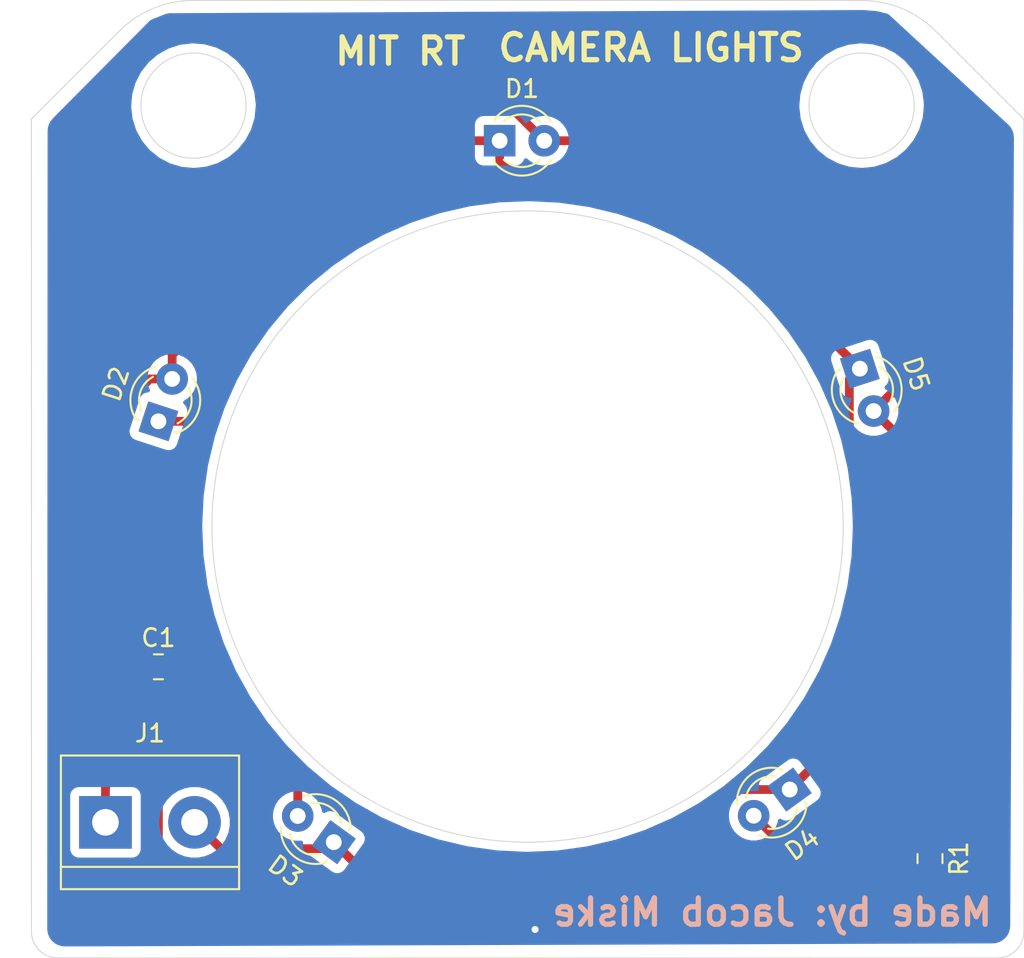
<source format=kicad_pcb>
(kicad_pcb (version 20171130) (host pcbnew "(5.1.0)-1")

  (general
    (thickness 1.6)
    (drawings 17)
    (tracks 64)
    (zones 0)
    (modules 8)
    (nets 4)
  )

  (page A4)
  (title_block
    (title "MIT Rocket Team Hermes 3 Go Pro Lights")
    (date 2019-11-18)
    (rev 1)
    (company "MIT RT")
    (comment 1 "Jacob Miske")
  )

  (layers
    (0 F.Cu signal)
    (31 B.Cu signal)
    (32 B.Adhes user)
    (33 F.Adhes user)
    (34 B.Paste user)
    (35 F.Paste user)
    (36 B.SilkS user)
    (37 F.SilkS user)
    (38 B.Mask user)
    (39 F.Mask user)
    (40 Dwgs.User user)
    (41 Cmts.User user)
    (42 Eco1.User user)
    (43 Eco2.User user)
    (44 Edge.Cuts user)
    (45 Margin user)
    (46 B.CrtYd user)
    (47 F.CrtYd user)
    (48 B.Fab user)
    (49 F.Fab user)
  )

  (setup
    (last_trace_width 0.5)
    (user_trace_width 0.5)
    (trace_clearance 0.2)
    (zone_clearance 0.508)
    (zone_45_only no)
    (trace_min 0.2)
    (via_size 0.8)
    (via_drill 0.4)
    (via_min_size 0.4)
    (via_min_drill 0.3)
    (uvia_size 0.3)
    (uvia_drill 0.1)
    (uvias_allowed no)
    (uvia_min_size 0.2)
    (uvia_min_drill 0.1)
    (edge_width 0.05)
    (segment_width 0.2)
    (pcb_text_width 0.3)
    (pcb_text_size 1.5 1.5)
    (mod_edge_width 0.12)
    (mod_text_size 1 1)
    (mod_text_width 0.15)
    (pad_size 1.524 1.524)
    (pad_drill 0.762)
    (pad_to_mask_clearance 0.051)
    (solder_mask_min_width 0.25)
    (aux_axis_origin 0 0)
    (visible_elements FFFFFF7F)
    (pcbplotparams
      (layerselection 0x010fc_ffffffff)
      (usegerberextensions false)
      (usegerberattributes false)
      (usegerberadvancedattributes false)
      (creategerberjobfile false)
      (excludeedgelayer true)
      (linewidth 0.100000)
      (plotframeref false)
      (viasonmask false)
      (mode 1)
      (useauxorigin false)
      (hpglpennumber 1)
      (hpglpenspeed 20)
      (hpglpendiameter 15.000000)
      (psnegative false)
      (psa4output false)
      (plotreference true)
      (plotvalue true)
      (plotinvisibletext false)
      (padsonsilk false)
      (subtractmaskfromsilk false)
      (outputformat 1)
      (mirror false)
      (drillshape 1)
      (scaleselection 1)
      (outputdirectory ""))
  )

  (net 0 "")
  (net 1 +5V)
  (net 2 GND)
  (net 3 "Net-(D1-Pad1)")

  (net_class Default "This is the default net class."
    (clearance 0.2)
    (trace_width 0.25)
    (via_dia 0.8)
    (via_drill 0.4)
    (uvia_dia 0.3)
    (uvia_drill 0.1)
    (add_net +5V)
    (add_net GND)
    (add_net "Net-(D1-Pad1)")
  )

  (module Capacitor_SMD:C_0805_2012Metric (layer F.Cu) (tedit 5B36C52B) (tstamp 5DD2383C)
    (at 85 96)
    (descr "Capacitor SMD 0805 (2012 Metric), square (rectangular) end terminal, IPC_7351 nominal, (Body size source: https://docs.google.com/spreadsheets/d/1BsfQQcO9C6DZCsRaXUlFlo91Tg2WpOkGARC1WS5S8t0/edit?usp=sharing), generated with kicad-footprint-generator")
    (tags capacitor)
    (path /5DD236A9)
    (attr smd)
    (fp_text reference C1 (at 0 -1.65) (layer F.SilkS)
      (effects (font (size 1 1) (thickness 0.15)))
    )
    (fp_text value 0.1uF (at 0 1.65) (layer F.Fab)
      (effects (font (size 1 1) (thickness 0.15)))
    )
    (fp_line (start -1 0.6) (end -1 -0.6) (layer F.Fab) (width 0.1))
    (fp_line (start -1 -0.6) (end 1 -0.6) (layer F.Fab) (width 0.1))
    (fp_line (start 1 -0.6) (end 1 0.6) (layer F.Fab) (width 0.1))
    (fp_line (start 1 0.6) (end -1 0.6) (layer F.Fab) (width 0.1))
    (fp_line (start -0.258578 -0.71) (end 0.258578 -0.71) (layer F.SilkS) (width 0.12))
    (fp_line (start -0.258578 0.71) (end 0.258578 0.71) (layer F.SilkS) (width 0.12))
    (fp_line (start -1.68 0.95) (end -1.68 -0.95) (layer F.CrtYd) (width 0.05))
    (fp_line (start -1.68 -0.95) (end 1.68 -0.95) (layer F.CrtYd) (width 0.05))
    (fp_line (start 1.68 -0.95) (end 1.68 0.95) (layer F.CrtYd) (width 0.05))
    (fp_line (start 1.68 0.95) (end -1.68 0.95) (layer F.CrtYd) (width 0.05))
    (fp_text user %R (at 0 0) (layer F.Fab)
      (effects (font (size 0.5 0.5) (thickness 0.08)))
    )
    (pad 1 smd roundrect (at -0.9375 0) (size 0.975 1.4) (layers F.Cu F.Paste F.Mask) (roundrect_rratio 0.25)
      (net 1 +5V))
    (pad 2 smd roundrect (at 0.9375 0) (size 0.975 1.4) (layers F.Cu F.Paste F.Mask) (roundrect_rratio 0.25)
      (net 2 GND))
    (model ${KISYS3DMOD}/Capacitor_SMD.3dshapes/C_0805_2012Metric.wrl
      (at (xyz 0 0 0))
      (scale (xyz 1 1 1))
      (rotate (xyz 0 0 0))
    )
  )

  (module LED_THT:LED_D3.0mm (layer F.Cu) (tedit 587A3A7B) (tstamp 5DD2384F)
    (at 104.46 66)
    (descr "LED, diameter 3.0mm, 2 pins")
    (tags "LED diameter 3.0mm 2 pins")
    (path /5DD23CA7)
    (fp_text reference D1 (at 1.27 -2.96) (layer F.SilkS)
      (effects (font (size 1 1) (thickness 0.15)))
    )
    (fp_text value LED (at 1.27 2.96) (layer F.Fab)
      (effects (font (size 1 1) (thickness 0.15)))
    )
    (fp_arc (start 1.27 0) (end -0.23 -1.16619) (angle 284.3) (layer F.Fab) (width 0.1))
    (fp_arc (start 1.27 0) (end -0.29 -1.235516) (angle 108.8) (layer F.SilkS) (width 0.12))
    (fp_arc (start 1.27 0) (end -0.29 1.235516) (angle -108.8) (layer F.SilkS) (width 0.12))
    (fp_arc (start 1.27 0) (end 0.229039 -1.08) (angle 87.9) (layer F.SilkS) (width 0.12))
    (fp_arc (start 1.27 0) (end 0.229039 1.08) (angle -87.9) (layer F.SilkS) (width 0.12))
    (fp_circle (center 1.27 0) (end 2.77 0) (layer F.Fab) (width 0.1))
    (fp_line (start -0.23 -1.16619) (end -0.23 1.16619) (layer F.Fab) (width 0.1))
    (fp_line (start -0.29 -1.236) (end -0.29 -1.08) (layer F.SilkS) (width 0.12))
    (fp_line (start -0.29 1.08) (end -0.29 1.236) (layer F.SilkS) (width 0.12))
    (fp_line (start -1.15 -2.25) (end -1.15 2.25) (layer F.CrtYd) (width 0.05))
    (fp_line (start -1.15 2.25) (end 3.7 2.25) (layer F.CrtYd) (width 0.05))
    (fp_line (start 3.7 2.25) (end 3.7 -2.25) (layer F.CrtYd) (width 0.05))
    (fp_line (start 3.7 -2.25) (end -1.15 -2.25) (layer F.CrtYd) (width 0.05))
    (pad 1 thru_hole rect (at 0 0) (size 1.8 1.8) (drill 0.9) (layers *.Cu *.Mask)
      (net 3 "Net-(D1-Pad1)"))
    (pad 2 thru_hole circle (at 2.54 0) (size 1.8 1.8) (drill 0.9) (layers *.Cu *.Mask)
      (net 1 +5V))
    (model ${KISYS3DMOD}/LED_THT.3dshapes/LED_D3.0mm.wrl
      (at (xyz 0 0 0))
      (scale (xyz 1 1 1))
      (rotate (xyz 0 0 0))
    )
  )

  (module LED_THT:LED_D3.0mm (layer F.Cu) (tedit 587A3A7B) (tstamp 5DD23862)
    (at 85 82 72)
    (descr "LED, diameter 3.0mm, 2 pins")
    (tags "LED diameter 3.0mm 2 pins")
    (path /5DD25991)
    (fp_text reference D2 (at 1.27 -2.96 72) (layer F.SilkS)
      (effects (font (size 1 1) (thickness 0.15)))
    )
    (fp_text value LED (at 6.324373 0.048011 72) (layer F.Fab)
      (effects (font (size 1 1) (thickness 0.15)))
    )
    (fp_line (start 3.7 -2.25) (end -1.15 -2.25) (layer F.CrtYd) (width 0.05))
    (fp_line (start 3.7 2.25) (end 3.7 -2.25) (layer F.CrtYd) (width 0.05))
    (fp_line (start -1.15 2.25) (end 3.7 2.25) (layer F.CrtYd) (width 0.05))
    (fp_line (start -1.15 -2.25) (end -1.15 2.25) (layer F.CrtYd) (width 0.05))
    (fp_line (start -0.29 1.08) (end -0.29 1.236) (layer F.SilkS) (width 0.12))
    (fp_line (start -0.29 -1.236) (end -0.29 -1.08) (layer F.SilkS) (width 0.12))
    (fp_line (start -0.23 -1.16619) (end -0.23 1.16619) (layer F.Fab) (width 0.1))
    (fp_circle (center 1.27 0) (end 2.77 0) (layer F.Fab) (width 0.1))
    (fp_arc (start 1.27 0) (end 0.229039 1.08) (angle -87.9) (layer F.SilkS) (width 0.12))
    (fp_arc (start 1.27 0) (end 0.229039 -1.08) (angle 87.9) (layer F.SilkS) (width 0.12))
    (fp_arc (start 1.27 0) (end -0.29 1.235516) (angle -108.8) (layer F.SilkS) (width 0.12))
    (fp_arc (start 1.27 0) (end -0.29 -1.235516) (angle 108.8) (layer F.SilkS) (width 0.12))
    (fp_arc (start 1.27 0) (end -0.23 -1.16619) (angle 284.3) (layer F.Fab) (width 0.1))
    (pad 2 thru_hole circle (at 2.54 0 72) (size 1.8 1.8) (drill 0.9) (layers *.Cu *.Mask)
      (net 1 +5V))
    (pad 1 thru_hole rect (at 0 0 72) (size 1.8 1.8) (drill 0.9) (layers *.Cu *.Mask)
      (net 3 "Net-(D1-Pad1)"))
    (model ${KISYS3DMOD}/LED_THT.3dshapes/LED_D3.0mm.wrl
      (at (xyz 0 0 0))
      (scale (xyz 1 1 1))
      (rotate (xyz 0 0 0))
    )
  )

  (module LED_THT:LED_D3.0mm (layer F.Cu) (tedit 587A3A7B) (tstamp 5DD23875)
    (at 95 106 144)
    (descr "LED, diameter 3.0mm, 2 pins")
    (tags "LED diameter 3.0mm 2 pins")
    (path /5DD26221)
    (fp_text reference D3 (at 1.27 -2.96 144) (layer F.SilkS)
      (effects (font (size 1 1) (thickness 0.15)))
    )
    (fp_text value LED (at -3.602621 0.145322 144) (layer F.Fab)
      (effects (font (size 1 1) (thickness 0.15)))
    )
    (fp_arc (start 1.27 0) (end -0.23 -1.16619) (angle 284.3) (layer F.Fab) (width 0.1))
    (fp_arc (start 1.27 0) (end -0.29 -1.235516) (angle 108.8) (layer F.SilkS) (width 0.12))
    (fp_arc (start 1.27 0) (end -0.29 1.235516) (angle -108.8) (layer F.SilkS) (width 0.12))
    (fp_arc (start 1.27 0) (end 0.229039 -1.08) (angle 87.9) (layer F.SilkS) (width 0.12))
    (fp_arc (start 1.27 0) (end 0.229039 1.08) (angle -87.9) (layer F.SilkS) (width 0.12))
    (fp_circle (center 1.27 0) (end 2.77 0) (layer F.Fab) (width 0.1))
    (fp_line (start -0.23 -1.16619) (end -0.23 1.16619) (layer F.Fab) (width 0.1))
    (fp_line (start -0.29 -1.236) (end -0.29 -1.08) (layer F.SilkS) (width 0.12))
    (fp_line (start -0.29 1.08) (end -0.29 1.236) (layer F.SilkS) (width 0.12))
    (fp_line (start -1.15 -2.25) (end -1.15 2.25) (layer F.CrtYd) (width 0.05))
    (fp_line (start -1.15 2.25) (end 3.7 2.25) (layer F.CrtYd) (width 0.05))
    (fp_line (start 3.7 2.25) (end 3.7 -2.25) (layer F.CrtYd) (width 0.05))
    (fp_line (start 3.7 -2.25) (end -1.15 -2.25) (layer F.CrtYd) (width 0.05))
    (pad 1 thru_hole rect (at 0 0 144) (size 1.8 1.8) (drill 0.9) (layers *.Cu *.Mask)
      (net 3 "Net-(D1-Pad1)"))
    (pad 2 thru_hole circle (at 2.54 0 144) (size 1.8 1.8) (drill 0.9) (layers *.Cu *.Mask)
      (net 1 +5V))
    (model ${KISYS3DMOD}/LED_THT.3dshapes/LED_D3.0mm.wrl
      (at (xyz 0 0 0))
      (scale (xyz 1 1 1))
      (rotate (xyz 0 0 0))
    )
  )

  (module LED_THT:LED_D3.0mm (layer F.Cu) (tedit 587A3A7B) (tstamp 5DD23888)
    (at 121 103 216)
    (descr "LED, diameter 3.0mm, 2 pins")
    (tags "LED diameter 3.0mm 2 pins")
    (path /5DD26227)
    (fp_text reference D4 (at 1.27 -2.96 216) (layer F.SilkS)
      (effects (font (size 1 1) (thickness 0.15)))
    )
    (fp_text value LED (at -3.602621 -0.145322 216) (layer F.Fab)
      (effects (font (size 1 1) (thickness 0.15)))
    )
    (fp_line (start 3.7 -2.25) (end -1.15 -2.25) (layer F.CrtYd) (width 0.05))
    (fp_line (start 3.7 2.25) (end 3.7 -2.25) (layer F.CrtYd) (width 0.05))
    (fp_line (start -1.15 2.25) (end 3.7 2.25) (layer F.CrtYd) (width 0.05))
    (fp_line (start -1.15 -2.25) (end -1.15 2.25) (layer F.CrtYd) (width 0.05))
    (fp_line (start -0.29 1.08) (end -0.29 1.236) (layer F.SilkS) (width 0.12))
    (fp_line (start -0.29 -1.236) (end -0.29 -1.08) (layer F.SilkS) (width 0.12))
    (fp_line (start -0.23 -1.16619) (end -0.23 1.16619) (layer F.Fab) (width 0.1))
    (fp_circle (center 1.27 0) (end 2.77 0) (layer F.Fab) (width 0.1))
    (fp_arc (start 1.27 0) (end 0.229039 1.08) (angle -87.9) (layer F.SilkS) (width 0.12))
    (fp_arc (start 1.27 0) (end 0.229039 -1.08) (angle 87.9) (layer F.SilkS) (width 0.12))
    (fp_arc (start 1.27 0) (end -0.29 1.235516) (angle -108.8) (layer F.SilkS) (width 0.12))
    (fp_arc (start 1.27 0) (end -0.29 -1.235516) (angle 108.8) (layer F.SilkS) (width 0.12))
    (fp_arc (start 1.27 0) (end -0.23 -1.16619) (angle 284.3) (layer F.Fab) (width 0.1))
    (pad 2 thru_hole circle (at 2.54 0 216) (size 1.8 1.8) (drill 0.9) (layers *.Cu *.Mask)
      (net 1 +5V))
    (pad 1 thru_hole rect (at 0 0 216) (size 1.8 1.8) (drill 0.9) (layers *.Cu *.Mask)
      (net 3 "Net-(D1-Pad1)"))
    (model ${KISYS3DMOD}/LED_THT.3dshapes/LED_D3.0mm.wrl
      (at (xyz 0 0 0))
      (scale (xyz 1 1 1))
      (rotate (xyz 0 0 0))
    )
  )

  (module LED_THT:LED_D3.0mm (layer F.Cu) (tedit 587A3A7B) (tstamp 5DD2389B)
    (at 125 79 288)
    (descr "LED, diameter 3.0mm, 2 pins")
    (tags "LED diameter 3.0mm 2 pins")
    (path /5DD267AD)
    (fp_text reference D5 (at 1.27 -2.96 288) (layer F.SilkS)
      (effects (font (size 1 1) (thickness 0.15)))
    )
    (fp_text value LED (at 6.324373 -0.048011 288) (layer F.Fab)
      (effects (font (size 1 1) (thickness 0.15)))
    )
    (fp_arc (start 1.27 0) (end -0.23 -1.16619) (angle 284.3) (layer F.Fab) (width 0.1))
    (fp_arc (start 1.27 0) (end -0.29 -1.235516) (angle 108.8) (layer F.SilkS) (width 0.12))
    (fp_arc (start 1.27 0) (end -0.29 1.235516) (angle -108.8) (layer F.SilkS) (width 0.12))
    (fp_arc (start 1.27 0) (end 0.229039 -1.08) (angle 87.9) (layer F.SilkS) (width 0.12))
    (fp_arc (start 1.27 0) (end 0.229039 1.08) (angle -87.9) (layer F.SilkS) (width 0.12))
    (fp_circle (center 1.27 0) (end 2.77 0) (layer F.Fab) (width 0.1))
    (fp_line (start -0.23 -1.16619) (end -0.23 1.16619) (layer F.Fab) (width 0.1))
    (fp_line (start -0.29 -1.236) (end -0.29 -1.08) (layer F.SilkS) (width 0.12))
    (fp_line (start -0.29 1.08) (end -0.29 1.236) (layer F.SilkS) (width 0.12))
    (fp_line (start -1.15 -2.25) (end -1.15 2.25) (layer F.CrtYd) (width 0.05))
    (fp_line (start -1.15 2.25) (end 3.7 2.25) (layer F.CrtYd) (width 0.05))
    (fp_line (start 3.7 2.25) (end 3.7 -2.25) (layer F.CrtYd) (width 0.05))
    (fp_line (start 3.7 -2.25) (end -1.15 -2.25) (layer F.CrtYd) (width 0.05))
    (pad 1 thru_hole rect (at 0 0 288) (size 1.8 1.8) (drill 0.9) (layers *.Cu *.Mask)
      (net 3 "Net-(D1-Pad1)"))
    (pad 2 thru_hole circle (at 2.54 0 288) (size 1.8 1.8) (drill 0.9) (layers *.Cu *.Mask)
      (net 1 +5V))
    (model ${KISYS3DMOD}/LED_THT.3dshapes/LED_D3.0mm.wrl
      (at (xyz 0 0 0))
      (scale (xyz 1 1 1))
      (rotate (xyz 0 0 0))
    )
  )

  (module Resistor_SMD:R_0805_2012Metric (layer F.Cu) (tedit 5B36C52B) (tstamp 5DD23913)
    (at 129 106.9375 270)
    (descr "Resistor SMD 0805 (2012 Metric), square (rectangular) end terminal, IPC_7351 nominal, (Body size source: https://docs.google.com/spreadsheets/d/1BsfQQcO9C6DZCsRaXUlFlo91Tg2WpOkGARC1WS5S8t0/edit?usp=sharing), generated with kicad-footprint-generator")
    (tags resistor)
    (path /5DD27C28)
    (attr smd)
    (fp_text reference R1 (at 0 -1.65 270) (layer F.SilkS)
      (effects (font (size 1 1) (thickness 0.15)))
    )
    (fp_text value 50 (at 0 1.65 270) (layer F.Fab)
      (effects (font (size 1 1) (thickness 0.15)))
    )
    (fp_line (start -1 0.6) (end -1 -0.6) (layer F.Fab) (width 0.1))
    (fp_line (start -1 -0.6) (end 1 -0.6) (layer F.Fab) (width 0.1))
    (fp_line (start 1 -0.6) (end 1 0.6) (layer F.Fab) (width 0.1))
    (fp_line (start 1 0.6) (end -1 0.6) (layer F.Fab) (width 0.1))
    (fp_line (start -0.258578 -0.71) (end 0.258578 -0.71) (layer F.SilkS) (width 0.12))
    (fp_line (start -0.258578 0.71) (end 0.258578 0.71) (layer F.SilkS) (width 0.12))
    (fp_line (start -1.68 0.95) (end -1.68 -0.95) (layer F.CrtYd) (width 0.05))
    (fp_line (start -1.68 -0.95) (end 1.68 -0.95) (layer F.CrtYd) (width 0.05))
    (fp_line (start 1.68 -0.95) (end 1.68 0.95) (layer F.CrtYd) (width 0.05))
    (fp_line (start 1.68 0.95) (end -1.68 0.95) (layer F.CrtYd) (width 0.05))
    (fp_text user %R (at 0 0 270) (layer F.Fab)
      (effects (font (size 0.5 0.5) (thickness 0.08)))
    )
    (pad 1 smd roundrect (at -0.9375 0 270) (size 0.975 1.4) (layers F.Cu F.Paste F.Mask) (roundrect_rratio 0.25)
      (net 3 "Net-(D1-Pad1)"))
    (pad 2 smd roundrect (at 0.9375 0 270) (size 0.975 1.4) (layers F.Cu F.Paste F.Mask) (roundrect_rratio 0.25)
      (net 2 GND))
    (model ${KISYS3DMOD}/Resistor_SMD.3dshapes/R_0805_2012Metric.wrl
      (at (xyz 0 0 0))
      (scale (xyz 1 1 1))
      (rotate (xyz 0 0 0))
    )
  )

  (module TerminalBlock:TerminalBlock_bornier-2_P5.08mm (layer F.Cu) (tedit 59FF03AB) (tstamp 5DD4DC25)
    (at 81.98 104.87)
    (descr "simple 2-pin terminal block, pitch 5.08mm, revamped version of bornier2")
    (tags "terminal block bornier2")
    (path /5DD2DF1A)
    (fp_text reference J1 (at 2.54 -5.08) (layer F.SilkS)
      (effects (font (size 1 1) (thickness 0.15)))
    )
    (fp_text value Screw_Terminal_01x02 (at 2.54 5.08) (layer F.Fab)
      (effects (font (size 1 1) (thickness 0.15)))
    )
    (fp_text user %R (at 2.54 0) (layer F.Fab)
      (effects (font (size 1 1) (thickness 0.15)))
    )
    (fp_line (start -2.41 2.55) (end 7.49 2.55) (layer F.Fab) (width 0.1))
    (fp_line (start -2.46 -3.75) (end -2.46 3.75) (layer F.Fab) (width 0.1))
    (fp_line (start -2.46 3.75) (end 7.54 3.75) (layer F.Fab) (width 0.1))
    (fp_line (start 7.54 3.75) (end 7.54 -3.75) (layer F.Fab) (width 0.1))
    (fp_line (start 7.54 -3.75) (end -2.46 -3.75) (layer F.Fab) (width 0.1))
    (fp_line (start 7.62 2.54) (end -2.54 2.54) (layer F.SilkS) (width 0.12))
    (fp_line (start 7.62 3.81) (end 7.62 -3.81) (layer F.SilkS) (width 0.12))
    (fp_line (start 7.62 -3.81) (end -2.54 -3.81) (layer F.SilkS) (width 0.12))
    (fp_line (start -2.54 -3.81) (end -2.54 3.81) (layer F.SilkS) (width 0.12))
    (fp_line (start -2.54 3.81) (end 7.62 3.81) (layer F.SilkS) (width 0.12))
    (fp_line (start -2.71 -4) (end 7.79 -4) (layer F.CrtYd) (width 0.05))
    (fp_line (start -2.71 -4) (end -2.71 4) (layer F.CrtYd) (width 0.05))
    (fp_line (start 7.79 4) (end 7.79 -4) (layer F.CrtYd) (width 0.05))
    (fp_line (start 7.79 4) (end -2.71 4) (layer F.CrtYd) (width 0.05))
    (pad 1 thru_hole rect (at 0 0) (size 3 3) (drill 1.52) (layers *.Cu *.Mask)
      (net 1 +5V))
    (pad 2 thru_hole circle (at 5.08 0) (size 3 3) (drill 1.52) (layers *.Cu *.Mask)
      (net 3 "Net-(D1-Pad1)"))
    (model ${KISYS3DMOD}/TerminalBlock.3dshapes/TerminalBlock_bornier-2_P5.08mm.wrl
      (offset (xyz 2.539999961853027 0 0))
      (scale (xyz 1 1 1))
      (rotate (xyz 0 0 0))
    )
  )

  (gr_circle (center 125.1 64) (end 128.1 64) (layer Edge.Cuts) (width 0.05) (tstamp 5DD23AD6))
  (gr_circle (center 87 64) (end 90 64) (layer Edge.Cuts) (width 0.05))
  (gr_circle (center 106.05 88) (end 124.05 88) (layer Edge.Cuts) (width 0.05))
  (gr_line (start 134.35 111.01) (end 134.35 111.1) (layer Edge.Cuts) (width 0.05) (tstamp 5DD4D981))
  (gr_arc (start 132.85 111.1) (end 132.85 112.6) (angle -90) (layer Edge.Cuts) (width 0.05))
  (gr_arc (start 79.257359 111.1) (end 77.76 111.1) (angle -90) (layer Edge.Cuts) (width 0.05))
  (gr_line (start 125.1 58) (end 87 58) (layer Edge.Cuts) (width 0.05))
  (gr_arc (start 125.1 64) (end 129.35 59.77) (angle -45.1351313) (layer Edge.Cuts) (width 0.05))
  (gr_line (start 77.757359 64.757359) (end 77.76 111.1) (layer Edge.Cuts) (width 0.05))
  (gr_line (start 134.35 64.77) (end 134.35 111.01) (layer Edge.Cuts) (width 0.05))
  (gr_line (start 77.757359 64.757359) (end 82.757359 59.757359) (layer Edge.Cuts) (width 0.05) (tstamp 5DD35B88))
  (gr_line (start 129.35 59.77) (end 134.35 64.77) (layer Edge.Cuts) (width 0.05))
  (gr_line (start 79.257359 112.597359) (end 132.85 112.6) (layer Edge.Cuts) (width 0.05))
  (gr_arc (start 87 64) (end 87 58) (angle -45) (layer Edge.Cuts) (width 0.05))
  (gr_text "Made by: Jacob Miske" (at 120 110) (layer B.SilkS)
    (effects (font (size 1.5 1.5) (thickness 0.3)) (justify mirror))
  )
  (gr_text "CAMERA LIGHTS" (at 113.1 60.7) (layer F.SilkS)
    (effects (font (size 1.5 1.5) (thickness 0.3)))
  )
  (gr_text "MIT RT" (at 98.8 60.9) (layer F.SilkS)
    (effects (font (size 1.5 1.5) (thickness 0.3)))
  )

  (via (at 106.48 110.98) (size 0.8) (drill 0.4) (layers F.Cu B.Cu) (net 2))
  (segment (start 105 64) (end 107 66) (width 0.5) (layer F.Cu) (net 1))
  (segment (start 100 64) (end 105 64) (width 0.5) (layer F.Cu) (net 1))
  (segment (start 85.784903 79.584316) (end 85.784903 78.215097) (width 0.5) (layer F.Cu) (net 1))
  (segment (start 85.784903 78.215097) (end 100 64) (width 0.5) (layer F.Cu) (net 1))
  (segment (start 107 66) (end 116 66) (width 0.5) (layer F.Cu) (net 1))
  (segment (start 116 66) (end 127 77) (width 0.5) (layer F.Cu) (net 1))
  (segment (start 127 80.200587) (end 125.784903 81.415684) (width 0.5) (layer F.Cu) (net 1))
  (segment (start 127 77) (end 127 80.200587) (width 0.5) (layer F.Cu) (net 1))
  (segment (start 82 98.0625) (end 84.0625 96) (width 0.5) (layer F.Cu) (net 1))
  (segment (start 85.784903 79.584316) (end 84.512111 79.584316) (width 0.5) (layer F.Cu) (net 1))
  (segment (start 127 82.630781) (end 125.784903 81.415684) (width 0.5) (layer F.Cu) (net 1))
  (segment (start 127 101) (end 127 82.630781) (width 0.5) (layer F.Cu) (net 1))
  (segment (start 122 106) (end 127 101) (width 0.5) (layer F.Cu) (net 1))
  (segment (start 118.945097 104.492975) (end 120.452122 106) (width 0.5) (layer F.Cu) (net 1))
  (segment (start 120.452122 106) (end 122 106) (width 0.5) (layer F.Cu) (net 1))
  (segment (start 92.945097 104.507025) (end 92.945097 102.054903) (width 0.5) (layer F.Cu) (net 1))
  (segment (start 92.945097 102.054903) (end 88 97.109806) (width 0.5) (layer F.Cu) (net 1))
  (segment (start 88 97.109806) (end 88 96.55815) (width 0.5) (layer F.Cu) (net 1))
  (segment (start 88 96.55815) (end 88 94) (width 0.5) (layer F.Cu) (net 1))
  (segment (start 88 94) (end 86 92) (width 0.5) (layer F.Cu) (net 1))
  (segment (start 86 92) (end 81 92) (width 0.5) (layer F.Cu) (net 1))
  (segment (start 81 92.9375) (end 84.0625 96) (width 0.5) (layer F.Cu) (net 1))
  (segment (start 81 83.096427) (end 81 92.9375) (width 0.5) (layer F.Cu) (net 1))
  (segment (start 84.512111 79.584316) (end 81 83.096427) (width 0.5) (layer F.Cu) (net 1))
  (segment (start 82 102.85) (end 82 98.0625) (width 0.5) (layer F.Cu) (net 1))
  (segment (start 81.98 102.87) (end 82 102.85) (width 0.5) (layer F.Cu) (net 1))
  (segment (start 81.98 104.87) (end 81.98 102.87) (width 0.5) (layer F.Cu) (net 1))
  (segment (start 85.9375 96) (end 85.9375 101.0625) (width 0.5) (layer F.Cu) (net 2))
  (segment (start 85.9375 101.0625) (end 85 102) (width 0.5) (layer F.Cu) (net 2))
  (segment (start 85 102) (end 85 109) (width 0.5) (layer F.Cu) (net 2))
  (segment (start 85 109) (end 86 110) (width 0.5) (layer F.Cu) (net 2))
  (segment (start 126.875 110) (end 129 107.875) (width 0.5) (layer F.Cu) (net 2))
  (segment (start 106.48 110.04) (end 106.44 110) (width 0.5) (layer F.Cu) (net 2))
  (segment (start 106.48 110.98) (end 106.48 110.04) (width 0.5) (layer F.Cu) (net 2))
  (segment (start 86 110) (end 106.44 110) (width 0.5) (layer F.Cu) (net 2))
  (segment (start 106.44 110) (end 126.875 110) (width 0.5) (layer F.Cu) (net 2))
  (segment (start 118 103) (end 116 105) (width 0.5) (layer F.Cu) (net 3))
  (segment (start 116 105) (end 116 107) (width 0.5) (layer F.Cu) (net 3))
  (segment (start 121 103) (end 118 103) (width 0.5) (layer F.Cu) (net 3))
  (segment (start 116 107) (end 117 108) (width 0.5) (layer F.Cu) (net 3))
  (segment (start 124 106) (end 129 106) (width 0.5) (layer F.Cu) (net 3))
  (segment (start 117 108) (end 122 108) (width 0.5) (layer F.Cu) (net 3))
  (segment (start 122 108) (end 124 106) (width 0.5) (layer F.Cu) (net 3))
  (segment (start 124.401162 79.598838) (end 124.401162 83.401162) (width 0.5) (layer F.Cu) (net 3))
  (segment (start 125 79) (end 124.401162 79.598838) (width 0.25) (layer F.Cu) (net 3))
  (segment (start 124.401162 83.401162) (end 125 84) (width 0.5) (layer F.Cu) (net 3))
  (segment (start 125 99) (end 121 103) (width 0.5) (layer F.Cu) (net 3))
  (segment (start 125 84) (end 125 99) (width 0.5) (layer F.Cu) (net 3))
  (segment (start 104.46 67.15) (end 105.31 68) (width 0.5) (layer F.Cu) (net 3))
  (segment (start 104.46 66) (end 104.46 67.15) (width 0.5) (layer F.Cu) (net 3))
  (segment (start 114 68) (end 125 79) (width 0.5) (layer F.Cu) (net 3))
  (segment (start 105.31 68) (end 114 68) (width 0.5) (layer F.Cu) (net 3))
  (segment (start 87 82) (end 85 82) (width 0.5) (layer F.Cu) (net 3))
  (segment (start 88 81) (end 87 82) (width 0.5) (layer F.Cu) (net 3))
  (segment (start 88 79.182221) (end 88 81) (width 0.5) (layer F.Cu) (net 3))
  (segment (start 104.46 66) (end 101.182221 66) (width 0.5) (layer F.Cu) (net 3))
  (segment (start 101.182221 66) (end 88 79.182221) (width 0.5) (layer F.Cu) (net 3))
  (segment (start 97 108) (end 114 108) (width 0.5) (layer F.Cu) (net 3))
  (segment (start 95 106) (end 97 108) (width 0.5) (layer F.Cu) (net 3))
  (segment (start 114 108) (end 117 108) (width 0.5) (layer F.Cu) (net 3))
  (segment (start 94.630001 106.369999) (end 95 106) (width 0.5) (layer F.Cu) (net 3))
  (segment (start 88.559999 106.369999) (end 94.630001 106.369999) (width 0.5) (layer F.Cu) (net 3))
  (segment (start 87.06 104.87) (end 88.559999 106.369999) (width 0.5) (layer F.Cu) (net 3))

  (zone (net 2) (net_name GND) (layer B.Cu) (tstamp 0) (hatch edge 0.508)
    (connect_pads (clearance 0.508))
    (min_thickness 0.254)
    (fill yes (arc_segments 32) (thermal_gap 0.508) (thermal_bridge_width 0.508) (smoothing fillet) (radius 1))
    (polygon
      (pts
        (xy 81.58 62.1) (xy 84.93 58.73) (xy 126.37 58.54) (xy 133.79 65.38) (xy 133.57 111.77)
        (xy 78.66 111.95) (xy 78.68 65.03)
      )
    )
    (filled_polygon
      (pts
        (xy 125.97119 58.73757) (xy 126.549827 58.882913) (xy 126.577434 58.903947) (xy 133.374773 65.169959) (xy 133.498712 65.310644)
        (xy 133.587707 65.468077) (xy 133.642328 65.640488) (xy 133.660878 65.827052) (xy 133.447734 110.771191) (xy 133.429702 110.946655)
        (xy 133.379785 111.109309) (xy 133.29924 111.259191) (xy 133.191137 111.390584) (xy 133.059589 111.498492) (xy 132.909591 111.578816)
        (xy 132.746854 111.628497) (xy 132.571371 111.646273) (xy 79.669549 111.81969) (xy 79.492641 111.802811) (xy 79.328481 111.753476)
        (xy 79.177125 111.672987) (xy 79.044444 111.564465) (xy 78.935535 111.432083) (xy 78.854617 111.280959) (xy 78.804815 111.116943)
        (xy 78.787431 110.940088) (xy 78.790657 103.37) (xy 79.841928 103.37) (xy 79.841928 106.37) (xy 79.854188 106.494482)
        (xy 79.890498 106.61418) (xy 79.949463 106.724494) (xy 80.028815 106.821185) (xy 80.125506 106.900537) (xy 80.23582 106.959502)
        (xy 80.355518 106.995812) (xy 80.48 107.008072) (xy 83.48 107.008072) (xy 83.604482 106.995812) (xy 83.72418 106.959502)
        (xy 83.834494 106.900537) (xy 83.931185 106.821185) (xy 84.010537 106.724494) (xy 84.069502 106.61418) (xy 84.105812 106.494482)
        (xy 84.118072 106.37) (xy 84.118072 104.659721) (xy 84.925 104.659721) (xy 84.925 105.080279) (xy 85.007047 105.492756)
        (xy 85.167988 105.881302) (xy 85.401637 106.230983) (xy 85.699017 106.528363) (xy 86.048698 106.762012) (xy 86.437244 106.922953)
        (xy 86.849721 107.005) (xy 87.270279 107.005) (xy 87.682756 106.922953) (xy 88.071302 106.762012) (xy 88.420983 106.528363)
        (xy 88.718363 106.230983) (xy 88.952012 105.881302) (xy 89.112953 105.492756) (xy 89.195 105.080279) (xy 89.195 104.659721)
        (xy 89.134555 104.355841) (xy 91.410097 104.355841) (xy 91.410097 104.658209) (xy 91.469086 104.954768) (xy 91.584798 105.23412)
        (xy 91.752785 105.48553) (xy 91.966592 105.699337) (xy 92.218002 105.867324) (xy 92.497354 105.983036) (xy 92.793913 106.042025)
        (xy 93.096281 106.042025) (xy 93.127401 106.035835) (xy 93.122436 106.050154) (xy 93.105298 106.174059) (xy 93.112662 106.298926)
        (xy 93.144244 106.419957) (xy 93.198832 106.532501) (xy 93.274328 106.632233) (xy 93.367829 106.71532) (xy 94.82406 107.773333)
        (xy 94.931974 107.836583) (xy 95.050154 107.877564) (xy 95.174059 107.894702) (xy 95.298926 107.887338) (xy 95.419957 107.855756)
        (xy 95.532501 107.801168) (xy 95.632233 107.725672) (xy 95.71532 107.632171) (xy 96.773333 106.17594) (xy 96.836583 106.068026)
        (xy 96.877564 105.949846) (xy 96.894702 105.825941) (xy 96.887338 105.701074) (xy 96.855756 105.580043) (xy 96.801168 105.467499)
        (xy 96.725672 105.367767) (xy 96.632171 105.28468) (xy 95.17594 104.226667) (xy 95.068026 104.163417) (xy 94.949846 104.122436)
        (xy 94.825941 104.105298) (xy 94.701074 104.112662) (xy 94.580043 104.144244) (xy 94.467499 104.198832) (xy 94.451305 104.211091)
        (xy 94.421108 104.059282) (xy 94.305396 103.77993) (xy 94.137409 103.52852) (xy 93.923602 103.314713) (xy 93.672192 103.146726)
        (xy 93.39284 103.031014) (xy 93.096281 102.972025) (xy 92.793913 102.972025) (xy 92.497354 103.031014) (xy 92.218002 103.146726)
        (xy 91.966592 103.314713) (xy 91.752785 103.52852) (xy 91.584798 103.77993) (xy 91.469086 104.059282) (xy 91.410097 104.355841)
        (xy 89.134555 104.355841) (xy 89.112953 104.247244) (xy 88.952012 103.858698) (xy 88.718363 103.509017) (xy 88.420983 103.211637)
        (xy 88.071302 102.977988) (xy 87.682756 102.817047) (xy 87.270279 102.735) (xy 86.849721 102.735) (xy 86.437244 102.817047)
        (xy 86.048698 102.977988) (xy 85.699017 103.211637) (xy 85.401637 103.509017) (xy 85.167988 103.858698) (xy 85.007047 104.247244)
        (xy 84.925 104.659721) (xy 84.118072 104.659721) (xy 84.118072 103.37) (xy 84.105812 103.245518) (xy 84.069502 103.12582)
        (xy 84.010537 103.015506) (xy 83.931185 102.918815) (xy 83.834494 102.839463) (xy 83.72418 102.780498) (xy 83.604482 102.744188)
        (xy 83.48 102.731928) (xy 80.48 102.731928) (xy 80.355518 102.744188) (xy 80.23582 102.780498) (xy 80.125506 102.839463)
        (xy 80.028815 102.918815) (xy 79.949463 103.015506) (xy 79.890498 103.12582) (xy 79.854188 103.245518) (xy 79.841928 103.37)
        (xy 78.790657 103.37) (xy 78.797236 87.934795) (xy 87.370114 87.934795) (xy 87.443953 89.660545) (xy 87.676885 91.372098)
        (xy 88.066918 93.054816) (xy 88.610718 94.694313) (xy 89.303633 96.27657) (xy 90.139741 97.788057) (xy 91.111891 99.21585)
        (xy 92.21177 100.547741) (xy 93.429975 101.772341) (xy 94.756089 102.879179) (xy 96.178772 103.858791) (xy 97.68586 104.702801)
        (xy 99.264467 105.403992) (xy 100.901094 105.956368) (xy 102.581748 106.355207) (xy 104.292057 106.597097) (xy 106.017397 106.679972)
        (xy 107.743017 106.603121) (xy 109.45416 106.367202) (xy 111.136195 105.974232) (xy 112.77474 105.427572) (xy 114.355785 104.731896)
        (xy 115.058106 104.341791) (xy 117.410097 104.341791) (xy 117.410097 104.644159) (xy 117.469086 104.940718) (xy 117.584798 105.22007)
        (xy 117.752785 105.47148) (xy 117.966592 105.685287) (xy 118.218002 105.853274) (xy 118.497354 105.968986) (xy 118.793913 106.027975)
        (xy 119.096281 106.027975) (xy 119.39284 105.968986) (xy 119.672192 105.853274) (xy 119.923602 105.685287) (xy 120.137409 105.47148)
        (xy 120.305396 105.22007) (xy 120.421108 104.940718) (xy 120.451305 104.788909) (xy 120.467499 104.801168) (xy 120.580043 104.855756)
        (xy 120.701074 104.887338) (xy 120.825941 104.894702) (xy 120.949846 104.877564) (xy 121.068026 104.836583) (xy 121.17594 104.773333)
        (xy 122.632171 103.71532) (xy 122.725672 103.632233) (xy 122.801168 103.532501) (xy 122.855756 103.419957) (xy 122.887338 103.298926)
        (xy 122.894702 103.174059) (xy 122.877564 103.050154) (xy 122.836583 102.931974) (xy 122.773333 102.82406) (xy 121.71532 101.367829)
        (xy 121.632233 101.274328) (xy 121.532501 101.198832) (xy 121.419957 101.144244) (xy 121.298926 101.112662) (xy 121.174059 101.105298)
        (xy 121.050154 101.122436) (xy 120.931974 101.163417) (xy 120.82406 101.226667) (xy 119.367829 102.28468) (xy 119.274328 102.367767)
        (xy 119.198832 102.467499) (xy 119.144244 102.580043) (xy 119.112662 102.701074) (xy 119.105298 102.825941) (xy 119.122436 102.949846)
        (xy 119.127401 102.964165) (xy 119.096281 102.957975) (xy 118.793913 102.957975) (xy 118.497354 103.016964) (xy 118.218002 103.132676)
        (xy 117.966592 103.300663) (xy 117.752785 103.51447) (xy 117.584798 103.76588) (xy 117.469086 104.045232) (xy 117.410097 104.341791)
        (xy 115.058106 104.341791) (xy 115.86581 103.893152) (xy 117.291905 102.918511) (xy 118.621874 101.816309) (xy 119.844346 100.595969)
        (xy 120.948868 99.267925) (xy 121.925996 97.843534) (xy 122.767374 96.334975) (xy 123.465809 94.755147) (xy 124.015328 93.117558)
        (xy 124.411232 91.436211) (xy 124.650137 89.725483) (xy 124.73 88) (xy 124.66173 86.404412) (xy 124.434774 84.692057)
        (xy 124.050617 83.007987) (xy 123.512544 81.366602) (xy 122.825155 79.781936) (xy 122.051694 78.372101) (xy 123.229829 78.372101)
        (xy 123.232285 78.497161) (xy 123.259091 78.619339) (xy 123.815321 80.331241) (xy 123.865449 80.445841) (xy 123.93697 80.54846)
        (xy 124.027137 80.635155) (xy 124.132485 80.702592) (xy 124.248965 80.748182) (xy 124.372101 80.770171) (xy 124.390965 80.769801)
        (xy 124.308892 80.967941) (xy 124.249903 81.2645) (xy 124.249903 81.566868) (xy 124.308892 81.863427) (xy 124.424604 82.142779)
        (xy 124.592591 82.394189) (xy 124.806398 82.607996) (xy 125.057808 82.775983) (xy 125.33716 82.891695) (xy 125.633719 82.950684)
        (xy 125.936087 82.950684) (xy 126.232646 82.891695) (xy 126.511998 82.775983) (xy 126.763408 82.607996) (xy 126.977215 82.394189)
        (xy 127.145202 82.142779) (xy 127.260914 81.863427) (xy 127.319903 81.566868) (xy 127.319903 81.2645) (xy 127.260914 80.967941)
        (xy 127.145202 80.688589) (xy 126.977215 80.437179) (xy 126.763408 80.223372) (xy 126.536213 80.071565) (xy 126.54846 80.06303)
        (xy 126.635155 79.972863) (xy 126.702592 79.867515) (xy 126.748182 79.751035) (xy 126.770171 79.627899) (xy 126.767715 79.502839)
        (xy 126.740909 79.380661) (xy 126.184679 77.668759) (xy 126.134551 77.554159) (xy 126.06303 77.45154) (xy 125.972863 77.364845)
        (xy 125.867515 77.297408) (xy 125.751035 77.251818) (xy 125.627899 77.229829) (xy 125.502839 77.232285) (xy 125.380661 77.259091)
        (xy 123.668759 77.815321) (xy 123.554159 77.865449) (xy 123.45154 77.93697) (xy 123.364845 78.027137) (xy 123.297408 78.132485)
        (xy 123.251818 78.248965) (xy 123.229829 78.372101) (xy 122.051694 78.372101) (xy 121.994329 78.26754) (xy 121.027169 76.836362)
        (xy 119.931945 75.50064) (xy 118.718023 74.271795) (xy 117.395781 73.160335) (xy 115.976525 72.175763) (xy 114.472392 71.326497)
        (xy 112.896243 70.6198) (xy 111.261554 70.061714) (xy 109.582303 69.657011) (xy 107.872849 69.409152) (xy 106.147808 69.320256)
        (xy 104.421931 69.391083) (xy 102.709975 69.621027) (xy 101.026578 70.008123) (xy 99.386134 70.54906) (xy 97.802671 71.239214)
        (xy 96.289727 72.072682) (xy 94.860239 73.042338) (xy 93.526431 74.139891) (xy 92.299706 75.355957) (xy 91.190555 76.680137)
        (xy 90.208462 78.101108) (xy 89.361822 79.606721) (xy 88.657877 81.184102) (xy 88.102645 82.819762) (xy 87.700874 84.499717)
        (xy 87.455999 86.209601) (xy 87.370114 87.934795) (xy 78.797236 87.934795) (xy 78.799498 82.627899) (xy 83.229829 82.627899)
        (xy 83.251818 82.751035) (xy 83.297408 82.867515) (xy 83.364845 82.972863) (xy 83.45154 83.06303) (xy 83.554159 83.134551)
        (xy 83.668759 83.184679) (xy 85.380661 83.740909) (xy 85.502839 83.767715) (xy 85.627899 83.770171) (xy 85.751035 83.748182)
        (xy 85.867515 83.702592) (xy 85.972863 83.635155) (xy 86.06303 83.54846) (xy 86.134551 83.445841) (xy 86.184679 83.331241)
        (xy 86.740909 81.619339) (xy 86.767715 81.497161) (xy 86.770171 81.372101) (xy 86.748182 81.248965) (xy 86.702592 81.132485)
        (xy 86.635155 81.027137) (xy 86.54846 80.93697) (xy 86.536213 80.928435) (xy 86.763408 80.776628) (xy 86.977215 80.562821)
        (xy 87.145202 80.311411) (xy 87.260914 80.032059) (xy 87.319903 79.7355) (xy 87.319903 79.433132) (xy 87.260914 79.136573)
        (xy 87.145202 78.857221) (xy 86.977215 78.605811) (xy 86.763408 78.392004) (xy 86.511998 78.224017) (xy 86.232646 78.108305)
        (xy 85.936087 78.049316) (xy 85.633719 78.049316) (xy 85.33716 78.108305) (xy 85.057808 78.224017) (xy 84.806398 78.392004)
        (xy 84.592591 78.605811) (xy 84.424604 78.857221) (xy 84.308892 79.136573) (xy 84.249903 79.433132) (xy 84.249903 79.7355)
        (xy 84.308892 80.032059) (xy 84.390965 80.230199) (xy 84.372101 80.229829) (xy 84.248965 80.251818) (xy 84.132485 80.297408)
        (xy 84.027137 80.364845) (xy 83.93697 80.45154) (xy 83.865449 80.554159) (xy 83.815321 80.668759) (xy 83.259091 82.380661)
        (xy 83.232285 82.502839) (xy 83.229829 82.627899) (xy 78.799498 82.627899) (xy 78.806822 65.447203) (xy 78.824029 65.272007)
        (xy 78.87305 65.109437) (xy 78.952642 64.959429) (xy 79.063717 64.822849) (xy 79.827286 64.051381) (xy 83.320359 64.051381)
        (xy 83.400417 64.765115) (xy 83.617582 65.449706) (xy 83.963582 66.079079) (xy 84.425239 66.629259) (xy 84.984967 67.079293)
        (xy 85.621448 67.412037) (xy 86.310437 67.614817) (xy 87.025691 67.67991) (xy 87.739967 67.604837) (xy 88.426057 67.392456)
        (xy 89.05783 67.050858) (xy 89.61122 66.593054) (xy 90.06515 66.036481) (xy 90.402329 65.402339) (xy 90.49361 65.1)
        (xy 102.921928 65.1) (xy 102.921928 66.9) (xy 102.934188 67.024482) (xy 102.970498 67.14418) (xy 103.029463 67.254494)
        (xy 103.108815 67.351185) (xy 103.205506 67.430537) (xy 103.31582 67.489502) (xy 103.435518 67.525812) (xy 103.56 67.538072)
        (xy 105.36 67.538072) (xy 105.484482 67.525812) (xy 105.60418 67.489502) (xy 105.714494 67.430537) (xy 105.811185 67.351185)
        (xy 105.890537 67.254494) (xy 105.949502 67.14418) (xy 105.955056 67.125873) (xy 106.021495 67.192312) (xy 106.272905 67.360299)
        (xy 106.552257 67.476011) (xy 106.848816 67.535) (xy 107.151184 67.535) (xy 107.447743 67.476011) (xy 107.727095 67.360299)
        (xy 107.978505 67.192312) (xy 108.192312 66.978505) (xy 108.360299 66.727095) (xy 108.476011 66.447743) (xy 108.535 66.151184)
        (xy 108.535 65.848816) (xy 108.476011 65.552257) (xy 108.360299 65.272905) (xy 108.192312 65.021495) (xy 107.978505 64.807688)
        (xy 107.727095 64.639701) (xy 107.447743 64.523989) (xy 107.151184 64.465) (xy 106.848816 64.465) (xy 106.552257 64.523989)
        (xy 106.272905 64.639701) (xy 106.021495 64.807688) (xy 105.955056 64.874127) (xy 105.949502 64.85582) (xy 105.890537 64.745506)
        (xy 105.811185 64.648815) (xy 105.714494 64.569463) (xy 105.60418 64.510498) (xy 105.484482 64.474188) (xy 105.36 64.461928)
        (xy 103.56 64.461928) (xy 103.435518 64.474188) (xy 103.31582 64.510498) (xy 103.205506 64.569463) (xy 103.108815 64.648815)
        (xy 103.029463 64.745506) (xy 102.970498 64.85582) (xy 102.934188 64.975518) (xy 102.921928 65.1) (xy 90.49361 65.1)
        (xy 90.609915 64.714782) (xy 90.674962 64.051381) (xy 121.420359 64.051381) (xy 121.500417 64.765115) (xy 121.717582 65.449706)
        (xy 122.063582 66.079079) (xy 122.525239 66.629259) (xy 123.084967 67.079293) (xy 123.721448 67.412037) (xy 124.410437 67.614817)
        (xy 125.125691 67.67991) (xy 125.839967 67.604837) (xy 126.526057 67.392456) (xy 127.15783 67.050858) (xy 127.71122 66.593054)
        (xy 128.16515 66.036481) (xy 128.502329 65.402339) (xy 128.709915 64.714782) (xy 128.78 64) (xy 128.778565 63.897248)
        (xy 128.68855 63.184702) (xy 128.461847 62.503209) (xy 128.107093 61.878729) (xy 127.6378 61.335048) (xy 127.071843 60.892873)
        (xy 126.430778 60.569048) (xy 125.739025 60.375907) (xy 125.022932 60.320807) (xy 124.309774 60.405846) (xy 123.626716 60.627785)
        (xy 122.999774 60.978171) (xy 122.45283 61.443657) (xy 122.006715 62.006514) (xy 121.678423 62.645302) (xy 121.480457 63.33569)
        (xy 121.420359 64.051381) (xy 90.674962 64.051381) (xy 90.68 64) (xy 90.678565 63.897248) (xy 90.58855 63.184702)
        (xy 90.361847 62.503209) (xy 90.007093 61.878729) (xy 89.5378 61.335048) (xy 88.971843 60.892873) (xy 88.330778 60.569048)
        (xy 87.639025 60.375907) (xy 86.922932 60.320807) (xy 86.209774 60.405846) (xy 85.526716 60.627785) (xy 84.899774 60.978171)
        (xy 84.35283 61.443657) (xy 83.906715 62.006514) (xy 83.578423 62.645302) (xy 83.380457 63.33569) (xy 83.320359 64.051381)
        (xy 79.827286 64.051381) (xy 81.66939 62.190222) (xy 81.670918 62.188682) (xy 84.613582 59.228449) (xy 84.643344 59.210637)
        (xy 85.457216 58.890045) (xy 85.626243 58.853809) (xy 125.179254 58.672461)
      )
    )
  )
)

</source>
